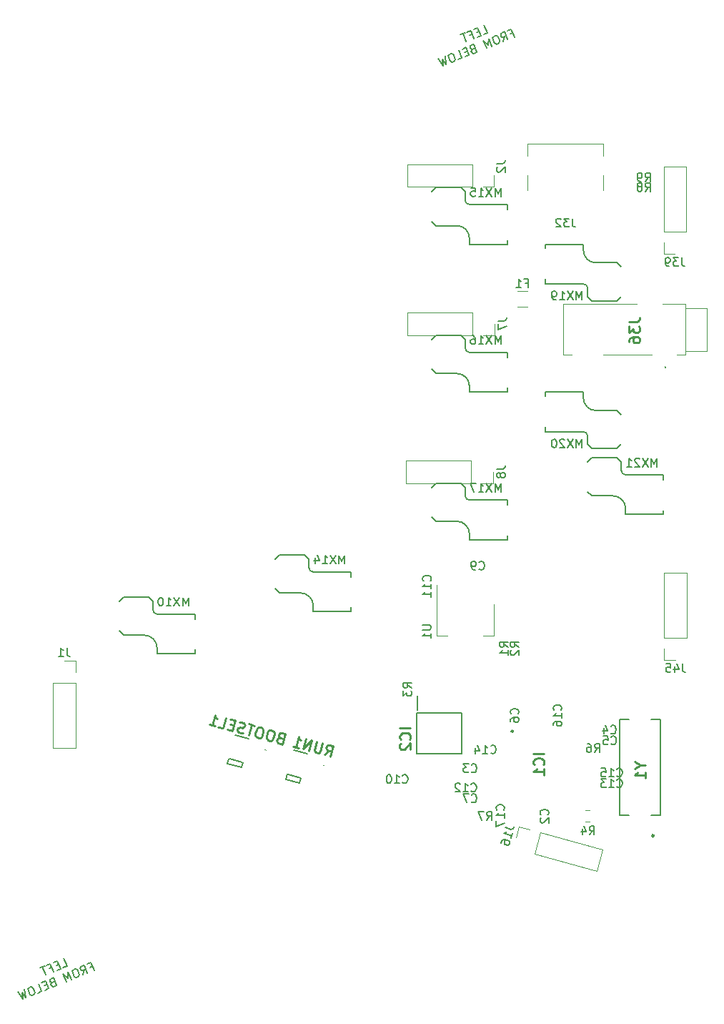
<source format=gbr>
G04 #@! TF.GenerationSoftware,KiCad,Pcbnew,(5.1.4)-1*
G04 #@! TF.CreationDate,2023-01-09T13:33:52-05:00*
G04 #@! TF.ProjectId,ThumbsUp,5468756d-6273-4557-902e-6b696361645f,rev?*
G04 #@! TF.SameCoordinates,Original*
G04 #@! TF.FileFunction,Legend,Bot*
G04 #@! TF.FilePolarity,Positive*
%FSLAX46Y46*%
G04 Gerber Fmt 4.6, Leading zero omitted, Abs format (unit mm)*
G04 Created by KiCad (PCBNEW (5.1.4)-1) date 2023-01-09 13:33:52*
%MOMM*%
%LPD*%
G04 APERTURE LIST*
%ADD10C,0.150000*%
%ADD11C,0.120000*%
%ADD12C,0.200000*%
%ADD13C,0.100000*%
%ADD14C,0.254000*%
G04 APERTURE END LIST*
D10*
X106206513Y-375673139D02*
X106648029Y-375494755D01*
X106273422Y-374567571D01*
X105701229Y-375312340D02*
X105392167Y-375437209D01*
X105455935Y-375976392D02*
X105897451Y-375798008D01*
X105522845Y-374870824D01*
X105081329Y-375049208D01*
X104553287Y-375776139D02*
X104862348Y-375651270D01*
X105058571Y-376136938D02*
X104683964Y-375209754D01*
X104242448Y-375388138D01*
X104021690Y-375477330D02*
X103491870Y-375691391D01*
X104131387Y-376511545D02*
X103756780Y-375584361D01*
X109365791Y-375611343D02*
X109674852Y-375486474D01*
X109871075Y-375972142D02*
X109496468Y-375044958D01*
X109054952Y-375223342D01*
X108546526Y-376507294D02*
X108677204Y-375940909D01*
X109076346Y-376293233D02*
X108701739Y-375366050D01*
X108348526Y-375508757D01*
X108278061Y-375588585D01*
X108251748Y-375650575D01*
X108243273Y-375756717D01*
X108296789Y-375889172D01*
X108376617Y-375959637D01*
X108438607Y-375985950D01*
X108544749Y-375994425D01*
X108897962Y-375851717D01*
X107597949Y-375812010D02*
X107421342Y-375883364D01*
X107350878Y-375963192D01*
X107298251Y-376087172D01*
X107325453Y-376281617D01*
X107450322Y-376590678D01*
X107565827Y-376749446D01*
X107689807Y-376802073D01*
X107795949Y-376810547D01*
X107972555Y-376739194D01*
X108043020Y-376659365D01*
X108095647Y-376535385D01*
X108068445Y-376340940D01*
X107943576Y-376031879D01*
X107828071Y-375873111D01*
X107704090Y-375820485D01*
X107597949Y-375812010D01*
X107177826Y-377060285D02*
X106803220Y-376133101D01*
X106761735Y-376920244D01*
X106185097Y-376382839D01*
X106559704Y-377310023D01*
X104906478Y-377413023D02*
X104791862Y-377510689D01*
X104765549Y-377572679D01*
X104757074Y-377678821D01*
X104810589Y-377811276D01*
X104890417Y-377881741D01*
X104952407Y-377908054D01*
X105058549Y-377916529D01*
X105411762Y-377773821D01*
X105037155Y-376846638D01*
X104728094Y-376971506D01*
X104657629Y-377051335D01*
X104631316Y-377113325D01*
X104622841Y-377219467D01*
X104658518Y-377307770D01*
X104738346Y-377378235D01*
X104800337Y-377404548D01*
X104906478Y-377413023D01*
X105215539Y-377288154D01*
X104288356Y-377662760D02*
X103979294Y-377787629D01*
X104043062Y-378326812D02*
X104484578Y-378148428D01*
X104109971Y-377221244D01*
X103668455Y-377399628D01*
X103204181Y-378665742D02*
X103645697Y-378487358D01*
X103271091Y-377560174D01*
X102343907Y-377934781D02*
X102167301Y-378006134D01*
X102096836Y-378085963D01*
X102044209Y-378209943D01*
X102071411Y-378404388D01*
X102196280Y-378713449D01*
X102311785Y-378872217D01*
X102435766Y-378924843D01*
X102541907Y-378933318D01*
X102718514Y-378861964D01*
X102788978Y-378782136D01*
X102841605Y-378658156D01*
X102814403Y-378463711D01*
X102689534Y-378154650D01*
X102574029Y-377995882D01*
X102450049Y-377943255D01*
X102343907Y-377934781D01*
X101637481Y-378220195D02*
X101791330Y-379236571D01*
X101347147Y-378645650D01*
X101438117Y-379379278D01*
X100842752Y-378541286D01*
X56406513Y-486173139D02*
X56848029Y-485994755D01*
X56473422Y-485067571D01*
X55901229Y-485812340D02*
X55592167Y-485937209D01*
X55655935Y-486476392D02*
X56097451Y-486298008D01*
X55722845Y-485370824D01*
X55281329Y-485549208D01*
X54753287Y-486276139D02*
X55062348Y-486151270D01*
X55258571Y-486636938D02*
X54883964Y-485709754D01*
X54442448Y-485888138D01*
X54221690Y-485977330D02*
X53691870Y-486191391D01*
X54331387Y-487011545D02*
X53956780Y-486084361D01*
X59565791Y-486111343D02*
X59874852Y-485986474D01*
X60071075Y-486472142D02*
X59696468Y-485544958D01*
X59254952Y-485723342D01*
X58746526Y-487007294D02*
X58877204Y-486440909D01*
X59276346Y-486793233D02*
X58901739Y-485866050D01*
X58548526Y-486008757D01*
X58478061Y-486088585D01*
X58451748Y-486150575D01*
X58443273Y-486256717D01*
X58496789Y-486389172D01*
X58576617Y-486459637D01*
X58638607Y-486485950D01*
X58744749Y-486494425D01*
X59097962Y-486351717D01*
X57797949Y-486312010D02*
X57621342Y-486383364D01*
X57550878Y-486463192D01*
X57498251Y-486587172D01*
X57525453Y-486781617D01*
X57650322Y-487090678D01*
X57765827Y-487249446D01*
X57889807Y-487302073D01*
X57995949Y-487310547D01*
X58172555Y-487239194D01*
X58243020Y-487159365D01*
X58295647Y-487035385D01*
X58268445Y-486840940D01*
X58143576Y-486531879D01*
X58028071Y-486373111D01*
X57904090Y-486320485D01*
X57797949Y-486312010D01*
X57377826Y-487560285D02*
X57003220Y-486633101D01*
X56961735Y-487420244D01*
X56385097Y-486882839D01*
X56759704Y-487810023D01*
X55106478Y-487913023D02*
X54991862Y-488010689D01*
X54965549Y-488072679D01*
X54957074Y-488178821D01*
X55010589Y-488311276D01*
X55090417Y-488381741D01*
X55152407Y-488408054D01*
X55258549Y-488416529D01*
X55611762Y-488273821D01*
X55237155Y-487346638D01*
X54928094Y-487471506D01*
X54857629Y-487551335D01*
X54831316Y-487613325D01*
X54822841Y-487719467D01*
X54858518Y-487807770D01*
X54938346Y-487878235D01*
X55000337Y-487904548D01*
X55106478Y-487913023D01*
X55415539Y-487788154D01*
X54488356Y-488162760D02*
X54179294Y-488287629D01*
X54243062Y-488826812D02*
X54684578Y-488648428D01*
X54309971Y-487721244D01*
X53868455Y-487899628D01*
X53404181Y-489165742D02*
X53845697Y-488987358D01*
X53471091Y-488060174D01*
X52543907Y-488434781D02*
X52367301Y-488506134D01*
X52296836Y-488585963D01*
X52244209Y-488709943D01*
X52271411Y-488904388D01*
X52396280Y-489213449D01*
X52511785Y-489372217D01*
X52635766Y-489424843D01*
X52741907Y-489433318D01*
X52918514Y-489361964D01*
X52988978Y-489282136D01*
X53041605Y-489158156D01*
X53014403Y-488963711D01*
X52889534Y-488654650D01*
X52774029Y-488495882D01*
X52650049Y-488443255D01*
X52543907Y-488434781D01*
X51837481Y-488720195D02*
X51991330Y-489736571D01*
X51547147Y-489145650D01*
X51638117Y-489879278D01*
X51042752Y-489041286D01*
D11*
X118238922Y-467488000D02*
X118756078Y-467488000D01*
X118238922Y-468908000D02*
X118756078Y-468908000D01*
X111450000Y-394110000D02*
X111450000Y-392310000D01*
X111450000Y-388600000D02*
X111450000Y-390060000D01*
X120390000Y-388600000D02*
X120390000Y-390060000D01*
X120390000Y-394110000D02*
X120390000Y-392310000D01*
X120390000Y-388600000D02*
X111450000Y-388600000D01*
D12*
X127724621Y-415037979D02*
G75*
G03X127724621Y-415137979I0J-50000D01*
G01*
X127724621Y-415137979D02*
G75*
G03X127724621Y-415037979I0J50000D01*
G01*
X127724621Y-415037979D02*
G75*
G03X127724621Y-415137979I0J-50000D01*
G01*
X127724621Y-415137979D02*
X127724621Y-415137979D01*
X127724621Y-415037979D02*
X127724621Y-415037979D01*
X127724621Y-415137979D02*
X127724621Y-415137979D01*
D13*
X126124621Y-413612979D02*
X120374621Y-413612979D01*
X126124621Y-413612979D02*
X126124621Y-413612979D01*
X120374621Y-413612979D02*
X126124621Y-413612979D01*
X120374621Y-413612979D02*
X120374621Y-413612979D01*
X116624621Y-413612979D02*
X115624621Y-413612979D01*
X116624621Y-413612979D02*
X116624621Y-413612979D01*
X115624621Y-413612979D02*
X116624621Y-413612979D01*
X115624621Y-413612979D02*
X115624621Y-413612979D01*
X115624621Y-407612979D02*
X115624621Y-407612979D01*
X115624621Y-413612979D02*
X115624621Y-407612979D01*
X115624621Y-413612979D02*
X115624621Y-413612979D01*
X115624621Y-407612979D02*
X115624621Y-413612979D01*
X115624621Y-407612979D02*
X124374621Y-407612979D01*
X115624621Y-407612979D02*
X115624621Y-407612979D01*
X124374621Y-407612979D02*
X115624621Y-407612979D01*
X124374621Y-407612979D02*
X124374621Y-407612979D01*
X127374621Y-407612979D02*
X130124621Y-407612979D01*
X127374621Y-407612979D02*
X127374621Y-407612979D01*
X130124621Y-407612979D02*
X127374621Y-407612979D01*
X130124621Y-407612979D02*
X130124621Y-407612979D01*
X130124621Y-408087979D02*
X130124621Y-408087979D01*
X130124621Y-407612979D02*
X130124621Y-408087979D01*
X130124621Y-407612979D02*
X130124621Y-407612979D01*
X130124621Y-408087979D02*
X130124621Y-407612979D01*
X132624621Y-413137979D02*
X130124621Y-413137979D01*
X132624621Y-408112979D02*
X132624621Y-413137979D01*
X130124621Y-408112979D02*
X132624621Y-408112979D01*
X130124621Y-413137979D02*
X130124621Y-408112979D01*
X130124621Y-413612979D02*
X130124621Y-413612979D01*
X130124621Y-413137979D02*
X130124621Y-413612979D01*
X130124621Y-413137979D02*
X130124621Y-413137979D01*
X130124621Y-413612979D02*
X130124621Y-413137979D01*
X130124621Y-413612979D02*
X129124621Y-413612979D01*
X130124621Y-413612979D02*
X130124621Y-413612979D01*
X129124621Y-413612979D02*
X130124621Y-413612979D01*
X129124621Y-413612979D02*
X129124621Y-413612979D01*
D11*
X127546095Y-401648305D02*
X128876095Y-401648305D01*
X127546095Y-400318305D02*
X127546095Y-401648305D01*
X127546095Y-399048305D02*
X130206095Y-399048305D01*
X130206095Y-399048305D02*
X130206095Y-391368305D01*
X127546095Y-399048305D02*
X127546095Y-391368305D01*
X127546095Y-391368305D02*
X130206095Y-391368305D01*
X127610599Y-449724893D02*
X128940599Y-449724893D01*
X127610599Y-448394893D02*
X127610599Y-449724893D01*
X127610599Y-447124893D02*
X130270599Y-447124893D01*
X130270599Y-447124893D02*
X130270599Y-439444893D01*
X127610599Y-447124893D02*
X127610599Y-439444893D01*
X127610599Y-439444893D02*
X130270599Y-439444893D01*
D10*
X118032790Y-401212952D02*
X118032790Y-400512952D01*
X118032790Y-400512952D02*
X113532790Y-400512952D01*
X119532790Y-402712952D02*
G75*
G02X118032790Y-401212952I0J1500000D01*
G01*
X119032790Y-407212952D02*
X118532790Y-406712952D01*
X118532790Y-405712952D02*
X118532790Y-406712952D01*
X113532790Y-405212952D02*
X118032790Y-405212952D01*
X122532790Y-403212952D02*
X122032790Y-402712952D01*
X113532790Y-404612952D02*
X113532790Y-405212952D01*
X122032790Y-402712952D02*
X119532790Y-402712952D01*
X122532790Y-406712952D02*
X122032790Y-407212952D01*
X122032790Y-407212952D02*
X119032790Y-407212952D01*
X118032790Y-405212952D02*
G75*
G02X118532790Y-405712952I0J-500000D01*
G01*
X113532790Y-400512952D02*
X113532790Y-401012952D01*
X86032789Y-443312953D02*
X86032789Y-444012953D01*
X86032789Y-444012953D02*
X90532789Y-444012953D01*
X84532789Y-441812953D02*
G75*
G02X86032789Y-443312953I0J-1500000D01*
G01*
X85032789Y-437312953D02*
X85532789Y-437812953D01*
X85532789Y-438812953D02*
X85532789Y-437812953D01*
X90532789Y-439312953D02*
X86032789Y-439312953D01*
X81532789Y-441312953D02*
X82032789Y-441812953D01*
X90532789Y-439912953D02*
X90532789Y-439312953D01*
X82032789Y-441812953D02*
X84532789Y-441812953D01*
X81532789Y-437812953D02*
X82032789Y-437312953D01*
X82032789Y-437312953D02*
X85032789Y-437312953D01*
X86032789Y-439312953D02*
G75*
G02X85532789Y-438812953I0J500000D01*
G01*
X90532789Y-444012953D02*
X90532789Y-443512953D01*
X104532790Y-399812952D02*
X104532790Y-400512952D01*
X104532790Y-400512952D02*
X109032790Y-400512952D01*
X103032790Y-398312952D02*
G75*
G02X104532790Y-399812952I0J-1500000D01*
G01*
X103532790Y-393812952D02*
X104032790Y-394312952D01*
X104032790Y-395312952D02*
X104032790Y-394312952D01*
X109032790Y-395812952D02*
X104532790Y-395812952D01*
X100032790Y-397812952D02*
X100532790Y-398312952D01*
X109032790Y-396412952D02*
X109032790Y-395812952D01*
X100532790Y-398312952D02*
X103032790Y-398312952D01*
X100032790Y-394312952D02*
X100532790Y-393812952D01*
X100532790Y-393812952D02*
X103532790Y-393812952D01*
X104532790Y-395812952D02*
G75*
G02X104032790Y-395312952I0J500000D01*
G01*
X109032790Y-400512952D02*
X109032790Y-400012952D01*
X104532790Y-434812952D02*
X104532790Y-435512952D01*
X104532790Y-435512952D02*
X109032790Y-435512952D01*
X103032790Y-433312952D02*
G75*
G02X104532790Y-434812952I0J-1500000D01*
G01*
X103532790Y-428812952D02*
X104032790Y-429312952D01*
X104032790Y-430312952D02*
X104032790Y-429312952D01*
X109032790Y-430812952D02*
X104532790Y-430812952D01*
X100032790Y-432812952D02*
X100532790Y-433312952D01*
X109032790Y-431412952D02*
X109032790Y-430812952D01*
X100532790Y-433312952D02*
X103032790Y-433312952D01*
X100032790Y-429312952D02*
X100532790Y-428812952D01*
X100532790Y-428812952D02*
X103532790Y-428812952D01*
X104532790Y-430812952D02*
G75*
G02X104032790Y-430312952I0J500000D01*
G01*
X109032790Y-435512952D02*
X109032790Y-435012952D01*
X118032789Y-418712952D02*
X118032789Y-418012952D01*
X118032789Y-418012952D02*
X113532789Y-418012952D01*
X119532789Y-420212952D02*
G75*
G02X118032789Y-418712952I0J1500000D01*
G01*
X119032789Y-424712952D02*
X118532789Y-424212952D01*
X118532789Y-423212952D02*
X118532789Y-424212952D01*
X113532789Y-422712952D02*
X118032789Y-422712952D01*
X122532789Y-420712952D02*
X122032789Y-420212952D01*
X113532789Y-422112952D02*
X113532789Y-422712952D01*
X122032789Y-420212952D02*
X119532789Y-420212952D01*
X122532789Y-424212952D02*
X122032789Y-424712952D01*
X122032789Y-424712952D02*
X119032789Y-424712952D01*
X118032789Y-422712952D02*
G75*
G02X118532789Y-423212952I0J-500000D01*
G01*
X113532789Y-418012952D02*
X113532789Y-418512952D01*
X123032789Y-431812952D02*
X123032789Y-432512952D01*
X123032789Y-432512952D02*
X127532789Y-432512952D01*
X121532789Y-430312952D02*
G75*
G02X123032789Y-431812952I0J-1500000D01*
G01*
X122032789Y-425812952D02*
X122532789Y-426312952D01*
X122532789Y-427312952D02*
X122532789Y-426312952D01*
X127532789Y-427812952D02*
X123032789Y-427812952D01*
X118532789Y-429812952D02*
X119032789Y-430312952D01*
X127532789Y-428412952D02*
X127532789Y-427812952D01*
X119032789Y-430312952D02*
X121532789Y-430312952D01*
X118532789Y-426312952D02*
X119032789Y-425812952D01*
X119032789Y-425812952D02*
X122032789Y-425812952D01*
X123032789Y-427812952D02*
G75*
G02X122532789Y-427312952I0J500000D01*
G01*
X127532789Y-432512952D02*
X127532789Y-432012952D01*
X67532789Y-448312952D02*
X67532789Y-449012952D01*
X67532789Y-449012952D02*
X72032789Y-449012952D01*
X66032789Y-446812952D02*
G75*
G02X67532789Y-448312952I0J-1500000D01*
G01*
X66532789Y-442312952D02*
X67032789Y-442812952D01*
X67032789Y-443812952D02*
X67032789Y-442812952D01*
X72032789Y-444312952D02*
X67532789Y-444312952D01*
X63032789Y-446312952D02*
X63532789Y-446812952D01*
X72032789Y-444912952D02*
X72032789Y-444312952D01*
X63532789Y-446812952D02*
X66032789Y-446812952D01*
X63032789Y-442812952D02*
X63532789Y-442312952D01*
X63532789Y-442312952D02*
X66532789Y-442312952D01*
X67532789Y-444312952D02*
G75*
G02X67032789Y-443812952I0J500000D01*
G01*
X72032789Y-449012952D02*
X72032789Y-448512952D01*
X104532789Y-417312952D02*
X104532789Y-418012952D01*
X104532789Y-418012952D02*
X109032789Y-418012952D01*
X103032789Y-415812952D02*
G75*
G02X104532789Y-417312952I0J-1500000D01*
G01*
X103532789Y-411312952D02*
X104032789Y-411812952D01*
X104032789Y-412812952D02*
X104032789Y-411812952D01*
X109032789Y-413312952D02*
X104532789Y-413312952D01*
X100032789Y-415312952D02*
X100532789Y-415812952D01*
X109032789Y-413912952D02*
X109032789Y-413312952D01*
X100532789Y-415812952D02*
X103032789Y-415812952D01*
X100032789Y-411812952D02*
X100532789Y-411312952D01*
X100532789Y-411312952D02*
X103532789Y-411312952D01*
X104532789Y-413312952D02*
G75*
G02X104032789Y-412812952I0J500000D01*
G01*
X109032789Y-418012952D02*
X109032789Y-417512952D01*
D11*
X57862789Y-449862952D02*
X56532789Y-449862952D01*
X57862789Y-451192952D02*
X57862789Y-449862952D01*
X57862789Y-452462952D02*
X55202789Y-452462952D01*
X55202789Y-452462952D02*
X55202789Y-460142952D01*
X57862789Y-452462952D02*
X57862789Y-460142952D01*
X57862789Y-460142952D02*
X55202789Y-460142952D01*
X107326974Y-428800972D02*
X107326974Y-427470972D01*
X105996974Y-428800972D02*
X107326974Y-428800972D01*
X104726974Y-428800972D02*
X104726974Y-426140972D01*
X104726974Y-426140972D02*
X97046974Y-426140972D01*
X104726974Y-428800972D02*
X97046974Y-428800972D01*
X97046974Y-428800972D02*
X97046974Y-426140972D01*
X107459278Y-393698375D02*
X107459278Y-392368375D01*
X106129278Y-393698375D02*
X107459278Y-393698375D01*
X104859278Y-393698375D02*
X104859278Y-391038375D01*
X104859278Y-391038375D02*
X97179278Y-391038375D01*
X104859278Y-393698375D02*
X97179278Y-393698375D01*
X97179278Y-393698375D02*
X97179278Y-391038375D01*
X107484161Y-411265202D02*
X107484161Y-409935202D01*
X106154161Y-411265202D02*
X107484161Y-411265202D01*
X104884161Y-411265202D02*
X104884161Y-408605202D01*
X104884161Y-408605202D02*
X97204161Y-408605202D01*
X104884161Y-411265202D02*
X97204161Y-411265202D01*
X97204161Y-411265202D02*
X97204161Y-408605202D01*
X110392338Y-469484041D02*
X110048109Y-470768723D01*
X111677019Y-469828271D02*
X110392338Y-469484041D01*
X112903745Y-470156971D02*
X112215286Y-472726334D01*
X112215286Y-472726334D02*
X119633597Y-474714064D01*
X112903745Y-470156971D02*
X120322055Y-472144701D01*
X120322055Y-472144701D02*
X119633597Y-474714064D01*
D14*
X126385880Y-470555000D02*
G75*
G03X126385880Y-470555000I-125880J0D01*
G01*
D12*
X127150000Y-456750000D02*
X126050000Y-456750000D01*
X122350000Y-456750000D02*
X123450000Y-456750000D01*
X122350000Y-468150000D02*
X123450000Y-468150000D01*
X127150000Y-468150000D02*
X126050000Y-468150000D01*
X122350000Y-468150000D02*
X122350000Y-456750000D01*
X127150000Y-468150000D02*
X127150000Y-456750000D01*
D11*
X100640000Y-440875000D02*
X100640000Y-446885000D01*
X107460000Y-443125000D02*
X107460000Y-446885000D01*
X100640000Y-446885000D02*
X101900000Y-446885000D01*
X107460000Y-446885000D02*
X106200000Y-446885000D01*
D13*
X87223504Y-462190628D02*
G75*
G03X87320096Y-462216510I48296J-12941D01*
G01*
X87320097Y-462216510D02*
G75*
G03X87223503Y-462190628I-48297J12941D01*
G01*
X87320096Y-462216510D02*
X87320096Y-462216510D01*
X87223503Y-462190628D02*
X87223503Y-462190628D01*
D12*
X85299051Y-460872634D02*
X83705274Y-460445582D01*
X84548476Y-463673819D02*
X83002995Y-463259708D01*
X82786466Y-463874619D02*
X82954698Y-463246767D01*
X84428540Y-464314611D02*
X82786466Y-463874619D01*
X84596772Y-463686760D02*
X84428540Y-464314611D01*
X98370000Y-453985000D02*
X98370000Y-455635000D01*
X103590000Y-455985000D02*
X98310000Y-455985000D01*
X103590000Y-460835000D02*
X103590000Y-455985000D01*
X98310000Y-460835000D02*
X103590000Y-460835000D01*
X98310000Y-455985000D02*
X98310000Y-460835000D01*
D14*
X109700000Y-458175000D02*
G75*
G03X109700000Y-458175000I-100000J0D01*
G01*
D11*
X111402064Y-407910000D02*
X110197936Y-407910000D01*
X111402064Y-406090000D02*
X110197936Y-406090000D01*
D13*
X80321458Y-460358286D02*
G75*
G03X80418050Y-460384168I48296J-12941D01*
G01*
X80418051Y-460384168D02*
G75*
G03X80321457Y-460358286I-48297J12941D01*
G01*
X80418050Y-460384168D02*
X80418050Y-460384168D01*
X80321457Y-460358286D02*
X80321457Y-460358286D01*
D12*
X78397005Y-459040292D02*
X76803228Y-458613240D01*
X77646430Y-461841477D02*
X76100949Y-461427366D01*
X75884420Y-462042277D02*
X76052652Y-461414425D01*
X77526494Y-462482269D02*
X75884420Y-462042277D01*
X77694726Y-461854418D02*
X77526494Y-462482269D01*
D10*
X110392380Y-448219333D02*
X109916190Y-447886000D01*
X110392380Y-447647904D02*
X109392380Y-447647904D01*
X109392380Y-448028857D01*
X109440000Y-448124095D01*
X109487619Y-448171714D01*
X109582857Y-448219333D01*
X109725714Y-448219333D01*
X109820952Y-448171714D01*
X109868571Y-448124095D01*
X109916190Y-448028857D01*
X109916190Y-447647904D01*
X109487619Y-448600285D02*
X109440000Y-448647904D01*
X109392380Y-448743142D01*
X109392380Y-448981238D01*
X109440000Y-449076476D01*
X109487619Y-449124095D01*
X109582857Y-449171714D01*
X109678095Y-449171714D01*
X109820952Y-449124095D01*
X110392380Y-448552666D01*
X110392380Y-449171714D01*
X109122380Y-448219333D02*
X108646190Y-447886000D01*
X109122380Y-447647904D02*
X108122380Y-447647904D01*
X108122380Y-448028857D01*
X108170000Y-448124095D01*
X108217619Y-448171714D01*
X108312857Y-448219333D01*
X108455714Y-448219333D01*
X108550952Y-448171714D01*
X108598571Y-448124095D01*
X108646190Y-448028857D01*
X108646190Y-447647904D01*
X109122380Y-449171714D02*
X109122380Y-448600285D01*
X109122380Y-448886000D02*
X108122380Y-448886000D01*
X108265238Y-448790761D01*
X108360476Y-448695523D01*
X108408095Y-448600285D01*
X125366666Y-393082380D02*
X125700000Y-392606190D01*
X125938095Y-393082380D02*
X125938095Y-392082380D01*
X125557142Y-392082380D01*
X125461904Y-392130000D01*
X125414285Y-392177619D01*
X125366666Y-392272857D01*
X125366666Y-392415714D01*
X125414285Y-392510952D01*
X125461904Y-392558571D01*
X125557142Y-392606190D01*
X125938095Y-392606190D01*
X124890476Y-393082380D02*
X124700000Y-393082380D01*
X124604761Y-393034761D01*
X124557142Y-392987142D01*
X124461904Y-392844285D01*
X124414285Y-392653809D01*
X124414285Y-392272857D01*
X124461904Y-392177619D01*
X124509523Y-392130000D01*
X124604761Y-392082380D01*
X124795238Y-392082380D01*
X124890476Y-392130000D01*
X124938095Y-392177619D01*
X124985714Y-392272857D01*
X124985714Y-392510952D01*
X124938095Y-392606190D01*
X124890476Y-392653809D01*
X124795238Y-392701428D01*
X124604761Y-392701428D01*
X124509523Y-392653809D01*
X124461904Y-392606190D01*
X124414285Y-392510952D01*
X125366666Y-394252380D02*
X125700000Y-393776190D01*
X125938095Y-394252380D02*
X125938095Y-393252380D01*
X125557142Y-393252380D01*
X125461904Y-393300000D01*
X125414285Y-393347619D01*
X125366666Y-393442857D01*
X125366666Y-393585714D01*
X125414285Y-393680952D01*
X125461904Y-393728571D01*
X125557142Y-393776190D01*
X125938095Y-393776190D01*
X124795238Y-393680952D02*
X124890476Y-393633333D01*
X124938095Y-393585714D01*
X124985714Y-393490476D01*
X124985714Y-393442857D01*
X124938095Y-393347619D01*
X124890476Y-393300000D01*
X124795238Y-393252380D01*
X124604761Y-393252380D01*
X124509523Y-393300000D01*
X124461904Y-393347619D01*
X124414285Y-393442857D01*
X124414285Y-393490476D01*
X124461904Y-393585714D01*
X124509523Y-393633333D01*
X124604761Y-393680952D01*
X124795238Y-393680952D01*
X124890476Y-393728571D01*
X124938095Y-393776190D01*
X124985714Y-393871428D01*
X124985714Y-394061904D01*
X124938095Y-394157142D01*
X124890476Y-394204761D01*
X124795238Y-394252380D01*
X124604761Y-394252380D01*
X124509523Y-394204761D01*
X124461904Y-394157142D01*
X124414285Y-394061904D01*
X124414285Y-393871428D01*
X124461904Y-393776190D01*
X124509523Y-393728571D01*
X124604761Y-393680952D01*
X99907142Y-440357142D02*
X99954761Y-440309523D01*
X100002380Y-440166666D01*
X100002380Y-440071428D01*
X99954761Y-439928571D01*
X99859523Y-439833333D01*
X99764285Y-439785714D01*
X99573809Y-439738095D01*
X99430952Y-439738095D01*
X99240476Y-439785714D01*
X99145238Y-439833333D01*
X99050000Y-439928571D01*
X99002380Y-440071428D01*
X99002380Y-440166666D01*
X99050000Y-440309523D01*
X99097619Y-440357142D01*
X100002380Y-441309523D02*
X100002380Y-440738095D01*
X100002380Y-441023809D02*
X99002380Y-441023809D01*
X99145238Y-440928571D01*
X99240476Y-440833333D01*
X99288095Y-440738095D01*
X100002380Y-442261904D02*
X100002380Y-441690476D01*
X100002380Y-441976190D02*
X99002380Y-441976190D01*
X99145238Y-441880952D01*
X99240476Y-441785714D01*
X99288095Y-441690476D01*
X118742666Y-470428380D02*
X119076000Y-469952190D01*
X119314095Y-470428380D02*
X119314095Y-469428380D01*
X118933142Y-469428380D01*
X118837904Y-469476000D01*
X118790285Y-469523619D01*
X118742666Y-469618857D01*
X118742666Y-469761714D01*
X118790285Y-469856952D01*
X118837904Y-469904571D01*
X118933142Y-469952190D01*
X119314095Y-469952190D01*
X117885523Y-469761714D02*
X117885523Y-470428380D01*
X118123619Y-469380761D02*
X118361714Y-470095047D01*
X117742666Y-470095047D01*
X106591666Y-468712380D02*
X106925000Y-468236190D01*
X107163095Y-468712380D02*
X107163095Y-467712380D01*
X106782142Y-467712380D01*
X106686904Y-467760000D01*
X106639285Y-467807619D01*
X106591666Y-467902857D01*
X106591666Y-468045714D01*
X106639285Y-468140952D01*
X106686904Y-468188571D01*
X106782142Y-468236190D01*
X107163095Y-468236190D01*
X106258333Y-467712380D02*
X105591666Y-467712380D01*
X106020238Y-468712380D01*
X119366666Y-460652380D02*
X119700000Y-460176190D01*
X119938095Y-460652380D02*
X119938095Y-459652380D01*
X119557142Y-459652380D01*
X119461904Y-459700000D01*
X119414285Y-459747619D01*
X119366666Y-459842857D01*
X119366666Y-459985714D01*
X119414285Y-460080952D01*
X119461904Y-460128571D01*
X119557142Y-460176190D01*
X119938095Y-460176190D01*
X118509523Y-459652380D02*
X118700000Y-459652380D01*
X118795238Y-459700000D01*
X118842857Y-459747619D01*
X118938095Y-459890476D01*
X118985714Y-460080952D01*
X118985714Y-460461904D01*
X118938095Y-460557142D01*
X118890476Y-460604761D01*
X118795238Y-460652380D01*
X118604761Y-460652380D01*
X118509523Y-460604761D01*
X118461904Y-460557142D01*
X118414285Y-460461904D01*
X118414285Y-460223809D01*
X118461904Y-460128571D01*
X118509523Y-460080952D01*
X118604761Y-460033333D01*
X118795238Y-460033333D01*
X118890476Y-460080952D01*
X118938095Y-460128571D01*
X118985714Y-460223809D01*
X97692380Y-453045333D02*
X97216190Y-452712000D01*
X97692380Y-452473904D02*
X96692380Y-452473904D01*
X96692380Y-452854857D01*
X96740000Y-452950095D01*
X96787619Y-452997714D01*
X96882857Y-453045333D01*
X97025714Y-453045333D01*
X97120952Y-452997714D01*
X97168571Y-452950095D01*
X97216190Y-452854857D01*
X97216190Y-452473904D01*
X96692380Y-453378666D02*
X96692380Y-453997714D01*
X97073333Y-453664380D01*
X97073333Y-453807238D01*
X97120952Y-453902476D01*
X97168571Y-453950095D01*
X97263809Y-453997714D01*
X97501904Y-453997714D01*
X97597142Y-453950095D01*
X97644761Y-453902476D01*
X97692380Y-453807238D01*
X97692380Y-453521523D01*
X97644761Y-453426285D01*
X97597142Y-453378666D01*
X108587142Y-467492142D02*
X108634761Y-467444523D01*
X108682380Y-467301666D01*
X108682380Y-467206428D01*
X108634761Y-467063571D01*
X108539523Y-466968333D01*
X108444285Y-466920714D01*
X108253809Y-466873095D01*
X108110952Y-466873095D01*
X107920476Y-466920714D01*
X107825238Y-466968333D01*
X107730000Y-467063571D01*
X107682380Y-467206428D01*
X107682380Y-467301666D01*
X107730000Y-467444523D01*
X107777619Y-467492142D01*
X108682380Y-468444523D02*
X108682380Y-467873095D01*
X108682380Y-468158809D02*
X107682380Y-468158809D01*
X107825238Y-468063571D01*
X107920476Y-467968333D01*
X107968095Y-467873095D01*
X107682380Y-468777857D02*
X107682380Y-469444523D01*
X108682380Y-469015952D01*
X115377142Y-455672142D02*
X115424761Y-455624523D01*
X115472380Y-455481666D01*
X115472380Y-455386428D01*
X115424761Y-455243571D01*
X115329523Y-455148333D01*
X115234285Y-455100714D01*
X115043809Y-455053095D01*
X114900952Y-455053095D01*
X114710476Y-455100714D01*
X114615238Y-455148333D01*
X114520000Y-455243571D01*
X114472380Y-455386428D01*
X114472380Y-455481666D01*
X114520000Y-455624523D01*
X114567619Y-455672142D01*
X115472380Y-456624523D02*
X115472380Y-456053095D01*
X115472380Y-456338809D02*
X114472380Y-456338809D01*
X114615238Y-456243571D01*
X114710476Y-456148333D01*
X114758095Y-456053095D01*
X114472380Y-457481666D02*
X114472380Y-457291190D01*
X114520000Y-457195952D01*
X114567619Y-457148333D01*
X114710476Y-457053095D01*
X114900952Y-457005476D01*
X115281904Y-457005476D01*
X115377142Y-457053095D01*
X115424761Y-457100714D01*
X115472380Y-457195952D01*
X115472380Y-457386428D01*
X115424761Y-457481666D01*
X115377142Y-457529285D01*
X115281904Y-457576904D01*
X115043809Y-457576904D01*
X114948571Y-457529285D01*
X114900952Y-457481666D01*
X114853333Y-457386428D01*
X114853333Y-457195952D01*
X114900952Y-457100714D01*
X114948571Y-457053095D01*
X115043809Y-457005476D01*
X122012857Y-463475142D02*
X122060476Y-463522761D01*
X122203333Y-463570380D01*
X122298571Y-463570380D01*
X122441428Y-463522761D01*
X122536666Y-463427523D01*
X122584285Y-463332285D01*
X122631904Y-463141809D01*
X122631904Y-462998952D01*
X122584285Y-462808476D01*
X122536666Y-462713238D01*
X122441428Y-462618000D01*
X122298571Y-462570380D01*
X122203333Y-462570380D01*
X122060476Y-462618000D01*
X122012857Y-462665619D01*
X121060476Y-463570380D02*
X121631904Y-463570380D01*
X121346190Y-463570380D02*
X121346190Y-462570380D01*
X121441428Y-462713238D01*
X121536666Y-462808476D01*
X121631904Y-462856095D01*
X120155714Y-462570380D02*
X120631904Y-462570380D01*
X120679523Y-463046571D01*
X120631904Y-462998952D01*
X120536666Y-462951333D01*
X120298571Y-462951333D01*
X120203333Y-462998952D01*
X120155714Y-463046571D01*
X120108095Y-463141809D01*
X120108095Y-463379904D01*
X120155714Y-463475142D01*
X120203333Y-463522761D01*
X120298571Y-463570380D01*
X120536666Y-463570380D01*
X120631904Y-463522761D01*
X120679523Y-463475142D01*
X107057857Y-460737142D02*
X107105476Y-460784761D01*
X107248333Y-460832380D01*
X107343571Y-460832380D01*
X107486428Y-460784761D01*
X107581666Y-460689523D01*
X107629285Y-460594285D01*
X107676904Y-460403809D01*
X107676904Y-460260952D01*
X107629285Y-460070476D01*
X107581666Y-459975238D01*
X107486428Y-459880000D01*
X107343571Y-459832380D01*
X107248333Y-459832380D01*
X107105476Y-459880000D01*
X107057857Y-459927619D01*
X106105476Y-460832380D02*
X106676904Y-460832380D01*
X106391190Y-460832380D02*
X106391190Y-459832380D01*
X106486428Y-459975238D01*
X106581666Y-460070476D01*
X106676904Y-460118095D01*
X105248333Y-460165714D02*
X105248333Y-460832380D01*
X105486428Y-459784761D02*
X105724523Y-460499047D01*
X105105476Y-460499047D01*
X122012857Y-464745142D02*
X122060476Y-464792761D01*
X122203333Y-464840380D01*
X122298571Y-464840380D01*
X122441428Y-464792761D01*
X122536666Y-464697523D01*
X122584285Y-464602285D01*
X122631904Y-464411809D01*
X122631904Y-464268952D01*
X122584285Y-464078476D01*
X122536666Y-463983238D01*
X122441428Y-463888000D01*
X122298571Y-463840380D01*
X122203333Y-463840380D01*
X122060476Y-463888000D01*
X122012857Y-463935619D01*
X121060476Y-464840380D02*
X121631904Y-464840380D01*
X121346190Y-464840380D02*
X121346190Y-463840380D01*
X121441428Y-463983238D01*
X121536666Y-464078476D01*
X121631904Y-464126095D01*
X120727142Y-463840380D02*
X120108095Y-463840380D01*
X120441428Y-464221333D01*
X120298571Y-464221333D01*
X120203333Y-464268952D01*
X120155714Y-464316571D01*
X120108095Y-464411809D01*
X120108095Y-464649904D01*
X120155714Y-464745142D01*
X120203333Y-464792761D01*
X120298571Y-464840380D01*
X120584285Y-464840380D01*
X120679523Y-464792761D01*
X120727142Y-464745142D01*
X104740857Y-465253142D02*
X104788476Y-465300761D01*
X104931333Y-465348380D01*
X105026571Y-465348380D01*
X105169428Y-465300761D01*
X105264666Y-465205523D01*
X105312285Y-465110285D01*
X105359904Y-464919809D01*
X105359904Y-464776952D01*
X105312285Y-464586476D01*
X105264666Y-464491238D01*
X105169428Y-464396000D01*
X105026571Y-464348380D01*
X104931333Y-464348380D01*
X104788476Y-464396000D01*
X104740857Y-464443619D01*
X103788476Y-465348380D02*
X104359904Y-465348380D01*
X104074190Y-465348380D02*
X104074190Y-464348380D01*
X104169428Y-464491238D01*
X104264666Y-464586476D01*
X104359904Y-464634095D01*
X103407523Y-464443619D02*
X103359904Y-464396000D01*
X103264666Y-464348380D01*
X103026571Y-464348380D01*
X102931333Y-464396000D01*
X102883714Y-464443619D01*
X102836095Y-464538857D01*
X102836095Y-464634095D01*
X102883714Y-464776952D01*
X103455142Y-465348380D01*
X102836095Y-465348380D01*
X96612857Y-464237142D02*
X96660476Y-464284761D01*
X96803333Y-464332380D01*
X96898571Y-464332380D01*
X97041428Y-464284761D01*
X97136666Y-464189523D01*
X97184285Y-464094285D01*
X97231904Y-463903809D01*
X97231904Y-463760952D01*
X97184285Y-463570476D01*
X97136666Y-463475238D01*
X97041428Y-463380000D01*
X96898571Y-463332380D01*
X96803333Y-463332380D01*
X96660476Y-463380000D01*
X96612857Y-463427619D01*
X95660476Y-464332380D02*
X96231904Y-464332380D01*
X95946190Y-464332380D02*
X95946190Y-463332380D01*
X96041428Y-463475238D01*
X96136666Y-463570476D01*
X96231904Y-463618095D01*
X95041428Y-463332380D02*
X94946190Y-463332380D01*
X94850952Y-463380000D01*
X94803333Y-463427619D01*
X94755714Y-463522857D01*
X94708095Y-463713333D01*
X94708095Y-463951428D01*
X94755714Y-464141904D01*
X94803333Y-464237142D01*
X94850952Y-464284761D01*
X94946190Y-464332380D01*
X95041428Y-464332380D01*
X95136666Y-464284761D01*
X95184285Y-464237142D01*
X95231904Y-464141904D01*
X95279523Y-463951428D01*
X95279523Y-463713333D01*
X95231904Y-463522857D01*
X95184285Y-463427619D01*
X95136666Y-463380000D01*
X95041428Y-463332380D01*
X105691666Y-438962142D02*
X105739285Y-439009761D01*
X105882142Y-439057380D01*
X105977380Y-439057380D01*
X106120238Y-439009761D01*
X106215476Y-438914523D01*
X106263095Y-438819285D01*
X106310714Y-438628809D01*
X106310714Y-438485952D01*
X106263095Y-438295476D01*
X106215476Y-438200238D01*
X106120238Y-438105000D01*
X105977380Y-438057380D01*
X105882142Y-438057380D01*
X105739285Y-438105000D01*
X105691666Y-438152619D01*
X105215476Y-439057380D02*
X105025000Y-439057380D01*
X104929761Y-439009761D01*
X104882142Y-438962142D01*
X104786904Y-438819285D01*
X104739285Y-438628809D01*
X104739285Y-438247857D01*
X104786904Y-438152619D01*
X104834523Y-438105000D01*
X104929761Y-438057380D01*
X105120238Y-438057380D01*
X105215476Y-438105000D01*
X105263095Y-438152619D01*
X105310714Y-438247857D01*
X105310714Y-438485952D01*
X105263095Y-438581190D01*
X105215476Y-438628809D01*
X105120238Y-438676428D01*
X104929761Y-438676428D01*
X104834523Y-438628809D01*
X104786904Y-438581190D01*
X104739285Y-438485952D01*
X104772666Y-466523142D02*
X104820285Y-466570761D01*
X104963142Y-466618380D01*
X105058380Y-466618380D01*
X105201238Y-466570761D01*
X105296476Y-466475523D01*
X105344095Y-466380285D01*
X105391714Y-466189809D01*
X105391714Y-466046952D01*
X105344095Y-465856476D01*
X105296476Y-465761238D01*
X105201238Y-465666000D01*
X105058380Y-465618380D01*
X104963142Y-465618380D01*
X104820285Y-465666000D01*
X104772666Y-465713619D01*
X104439333Y-465618380D02*
X103772666Y-465618380D01*
X104201238Y-466618380D01*
X110297142Y-456133333D02*
X110344761Y-456085714D01*
X110392380Y-455942857D01*
X110392380Y-455847619D01*
X110344761Y-455704761D01*
X110249523Y-455609523D01*
X110154285Y-455561904D01*
X109963809Y-455514285D01*
X109820952Y-455514285D01*
X109630476Y-455561904D01*
X109535238Y-455609523D01*
X109440000Y-455704761D01*
X109392380Y-455847619D01*
X109392380Y-455942857D01*
X109440000Y-456085714D01*
X109487619Y-456133333D01*
X109392380Y-456990476D02*
X109392380Y-456800000D01*
X109440000Y-456704761D01*
X109487619Y-456657142D01*
X109630476Y-456561904D01*
X109820952Y-456514285D01*
X110201904Y-456514285D01*
X110297142Y-456561904D01*
X110344761Y-456609523D01*
X110392380Y-456704761D01*
X110392380Y-456895238D01*
X110344761Y-456990476D01*
X110297142Y-457038095D01*
X110201904Y-457085714D01*
X109963809Y-457085714D01*
X109868571Y-457038095D01*
X109820952Y-456990476D01*
X109773333Y-456895238D01*
X109773333Y-456704761D01*
X109820952Y-456609523D01*
X109868571Y-456561904D01*
X109963809Y-456514285D01*
X121316666Y-459665142D02*
X121364285Y-459712761D01*
X121507142Y-459760380D01*
X121602380Y-459760380D01*
X121745238Y-459712761D01*
X121840476Y-459617523D01*
X121888095Y-459522285D01*
X121935714Y-459331809D01*
X121935714Y-459188952D01*
X121888095Y-458998476D01*
X121840476Y-458903238D01*
X121745238Y-458808000D01*
X121602380Y-458760380D01*
X121507142Y-458760380D01*
X121364285Y-458808000D01*
X121316666Y-458855619D01*
X120411904Y-458760380D02*
X120888095Y-458760380D01*
X120935714Y-459236571D01*
X120888095Y-459188952D01*
X120792857Y-459141333D01*
X120554761Y-459141333D01*
X120459523Y-459188952D01*
X120411904Y-459236571D01*
X120364285Y-459331809D01*
X120364285Y-459569904D01*
X120411904Y-459665142D01*
X120459523Y-459712761D01*
X120554761Y-459760380D01*
X120792857Y-459760380D01*
X120888095Y-459712761D01*
X120935714Y-459665142D01*
X121282666Y-458395142D02*
X121330285Y-458442761D01*
X121473142Y-458490380D01*
X121568380Y-458490380D01*
X121711238Y-458442761D01*
X121806476Y-458347523D01*
X121854095Y-458252285D01*
X121901714Y-458061809D01*
X121901714Y-457918952D01*
X121854095Y-457728476D01*
X121806476Y-457633238D01*
X121711238Y-457538000D01*
X121568380Y-457490380D01*
X121473142Y-457490380D01*
X121330285Y-457538000D01*
X121282666Y-457585619D01*
X120425523Y-457823714D02*
X120425523Y-458490380D01*
X120663619Y-457442761D02*
X120901714Y-458157047D01*
X120282666Y-458157047D01*
X104772666Y-462967142D02*
X104820285Y-463014761D01*
X104963142Y-463062380D01*
X105058380Y-463062380D01*
X105201238Y-463014761D01*
X105296476Y-462919523D01*
X105344095Y-462824285D01*
X105391714Y-462633809D01*
X105391714Y-462490952D01*
X105344095Y-462300476D01*
X105296476Y-462205238D01*
X105201238Y-462110000D01*
X105058380Y-462062380D01*
X104963142Y-462062380D01*
X104820285Y-462110000D01*
X104772666Y-462157619D01*
X104439333Y-462062380D02*
X103820285Y-462062380D01*
X104153619Y-462443333D01*
X104010761Y-462443333D01*
X103915523Y-462490952D01*
X103867904Y-462538571D01*
X103820285Y-462633809D01*
X103820285Y-462871904D01*
X103867904Y-462967142D01*
X103915523Y-463014761D01*
X104010761Y-463062380D01*
X104296476Y-463062380D01*
X104391714Y-463014761D01*
X104439333Y-462967142D01*
X113817142Y-468063333D02*
X113864761Y-468015714D01*
X113912380Y-467872857D01*
X113912380Y-467777619D01*
X113864761Y-467634761D01*
X113769523Y-467539523D01*
X113674285Y-467491904D01*
X113483809Y-467444285D01*
X113340952Y-467444285D01*
X113150476Y-467491904D01*
X113055238Y-467539523D01*
X112960000Y-467634761D01*
X112912380Y-467777619D01*
X112912380Y-467872857D01*
X112960000Y-468015714D01*
X113007619Y-468063333D01*
X113007619Y-468444285D02*
X112960000Y-468491904D01*
X112912380Y-468587142D01*
X112912380Y-468825238D01*
X112960000Y-468920476D01*
X113007619Y-468968095D01*
X113102857Y-469015714D01*
X113198095Y-469015714D01*
X113340952Y-468968095D01*
X113912380Y-468396666D01*
X113912380Y-469015714D01*
X116729523Y-397472380D02*
X116729523Y-398186666D01*
X116777142Y-398329523D01*
X116872380Y-398424761D01*
X117015238Y-398472380D01*
X117110476Y-398472380D01*
X116348571Y-397472380D02*
X115729523Y-397472380D01*
X116062857Y-397853333D01*
X115920000Y-397853333D01*
X115824761Y-397900952D01*
X115777142Y-397948571D01*
X115729523Y-398043809D01*
X115729523Y-398281904D01*
X115777142Y-398377142D01*
X115824761Y-398424761D01*
X115920000Y-398472380D01*
X116205714Y-398472380D01*
X116300952Y-398424761D01*
X116348571Y-398377142D01*
X115348571Y-397567619D02*
X115300952Y-397520000D01*
X115205714Y-397472380D01*
X114967619Y-397472380D01*
X114872380Y-397520000D01*
X114824761Y-397567619D01*
X114777142Y-397662857D01*
X114777142Y-397758095D01*
X114824761Y-397900952D01*
X115396190Y-398472380D01*
X114777142Y-398472380D01*
D14*
X123429144Y-409709883D02*
X124336287Y-409709883D01*
X124517716Y-409649407D01*
X124638668Y-409528455D01*
X124699144Y-409347026D01*
X124699144Y-409226074D01*
X123429144Y-410193693D02*
X123429144Y-410979883D01*
X123912954Y-410556550D01*
X123912954Y-410737979D01*
X123973430Y-410858931D01*
X124033906Y-410919407D01*
X124154859Y-410979883D01*
X124457240Y-410979883D01*
X124578192Y-410919407D01*
X124638668Y-410858931D01*
X124699144Y-410737979D01*
X124699144Y-410375121D01*
X124638668Y-410254169D01*
X124578192Y-410193693D01*
X123429144Y-412068455D02*
X123429144Y-411826550D01*
X123489621Y-411705598D01*
X123550097Y-411645121D01*
X123731525Y-411524169D01*
X123973430Y-411463693D01*
X124457240Y-411463693D01*
X124578192Y-411524169D01*
X124638668Y-411584645D01*
X124699144Y-411705598D01*
X124699144Y-411947502D01*
X124638668Y-412068455D01*
X124578192Y-412128931D01*
X124457240Y-412189407D01*
X124154859Y-412189407D01*
X124033906Y-412128931D01*
X123973430Y-412068455D01*
X123912954Y-411947502D01*
X123912954Y-411705598D01*
X123973430Y-411584645D01*
X124033906Y-411524169D01*
X124154859Y-411463693D01*
D10*
X129685618Y-402100685D02*
X129685618Y-402814971D01*
X129733237Y-402957828D01*
X129828475Y-403053066D01*
X129971333Y-403100685D01*
X130066571Y-403100685D01*
X129304666Y-402100685D02*
X128685618Y-402100685D01*
X129018952Y-402481638D01*
X128876095Y-402481638D01*
X128780856Y-402529257D01*
X128733237Y-402576876D01*
X128685618Y-402672114D01*
X128685618Y-402910209D01*
X128733237Y-403005447D01*
X128780856Y-403053066D01*
X128876095Y-403100685D01*
X129161809Y-403100685D01*
X129257047Y-403053066D01*
X129304666Y-403005447D01*
X128209428Y-403100685D02*
X128018952Y-403100685D01*
X127923714Y-403053066D01*
X127876095Y-403005447D01*
X127780856Y-402862590D01*
X127733237Y-402672114D01*
X127733237Y-402291162D01*
X127780856Y-402195924D01*
X127828475Y-402148305D01*
X127923714Y-402100685D01*
X128114190Y-402100685D01*
X128209428Y-402148305D01*
X128257047Y-402195924D01*
X128304666Y-402291162D01*
X128304666Y-402529257D01*
X128257047Y-402624495D01*
X128209428Y-402672114D01*
X128114190Y-402719733D01*
X127923714Y-402719733D01*
X127828475Y-402672114D01*
X127780856Y-402624495D01*
X127733237Y-402529257D01*
X129750122Y-450177273D02*
X129750122Y-450891559D01*
X129797741Y-451034416D01*
X129892979Y-451129654D01*
X130035837Y-451177273D01*
X130131075Y-451177273D01*
X128845360Y-450510607D02*
X128845360Y-451177273D01*
X129083456Y-450129654D02*
X129321551Y-450843940D01*
X128702503Y-450843940D01*
X127845360Y-450177273D02*
X128321551Y-450177273D01*
X128369170Y-450653464D01*
X128321551Y-450605845D01*
X128226313Y-450558226D01*
X127988218Y-450558226D01*
X127892979Y-450605845D01*
X127845360Y-450653464D01*
X127797741Y-450748702D01*
X127797741Y-450986797D01*
X127845360Y-451082035D01*
X127892979Y-451129654D01*
X127988218Y-451177273D01*
X128226313Y-451177273D01*
X128321551Y-451129654D01*
X128369170Y-451082035D01*
X117849694Y-407085332D02*
X117849694Y-406085332D01*
X117516361Y-406799618D01*
X117183028Y-406085332D01*
X117183028Y-407085332D01*
X116802075Y-406085332D02*
X116135409Y-407085332D01*
X116135409Y-406085332D02*
X116802075Y-407085332D01*
X115230647Y-407085332D02*
X115802075Y-407085332D01*
X115516361Y-407085332D02*
X115516361Y-406085332D01*
X115611599Y-406228190D01*
X115706837Y-406323428D01*
X115802075Y-406371047D01*
X114754456Y-407085332D02*
X114563980Y-407085332D01*
X114468742Y-407037713D01*
X114421123Y-406990094D01*
X114325885Y-406847237D01*
X114278266Y-406656761D01*
X114278266Y-406275809D01*
X114325885Y-406180571D01*
X114373504Y-406132952D01*
X114468742Y-406085332D01*
X114659218Y-406085332D01*
X114754456Y-406132952D01*
X114802075Y-406180571D01*
X114849694Y-406275809D01*
X114849694Y-406513904D01*
X114802075Y-406609142D01*
X114754456Y-406656761D01*
X114659218Y-406704380D01*
X114468742Y-406704380D01*
X114373504Y-406656761D01*
X114325885Y-406609142D01*
X114278266Y-406513904D01*
X89739693Y-438345333D02*
X89739693Y-437345333D01*
X89406360Y-438059619D01*
X89073027Y-437345333D01*
X89073027Y-438345333D01*
X88692074Y-437345333D02*
X88025408Y-438345333D01*
X88025408Y-437345333D02*
X88692074Y-438345333D01*
X87120646Y-438345333D02*
X87692074Y-438345333D01*
X87406360Y-438345333D02*
X87406360Y-437345333D01*
X87501598Y-437488191D01*
X87596836Y-437583429D01*
X87692074Y-437631048D01*
X86263503Y-437678667D02*
X86263503Y-438345333D01*
X86501598Y-437297714D02*
X86739693Y-438012000D01*
X86120646Y-438012000D01*
X108239694Y-394845332D02*
X108239694Y-393845332D01*
X107906361Y-394559618D01*
X107573028Y-393845332D01*
X107573028Y-394845332D01*
X107192075Y-393845332D02*
X106525409Y-394845332D01*
X106525409Y-393845332D02*
X107192075Y-394845332D01*
X105620647Y-394845332D02*
X106192075Y-394845332D01*
X105906361Y-394845332D02*
X105906361Y-393845332D01*
X106001599Y-393988190D01*
X106096837Y-394083428D01*
X106192075Y-394131047D01*
X104715885Y-393845332D02*
X105192075Y-393845332D01*
X105239694Y-394321523D01*
X105192075Y-394273904D01*
X105096837Y-394226285D01*
X104858742Y-394226285D01*
X104763504Y-394273904D01*
X104715885Y-394321523D01*
X104668266Y-394416761D01*
X104668266Y-394654856D01*
X104715885Y-394750094D01*
X104763504Y-394797713D01*
X104858742Y-394845332D01*
X105096837Y-394845332D01*
X105192075Y-394797713D01*
X105239694Y-394750094D01*
X108239694Y-429845332D02*
X108239694Y-428845332D01*
X107906361Y-429559618D01*
X107573028Y-428845332D01*
X107573028Y-429845332D01*
X107192075Y-428845332D02*
X106525409Y-429845332D01*
X106525409Y-428845332D02*
X107192075Y-429845332D01*
X105620647Y-429845332D02*
X106192075Y-429845332D01*
X105906361Y-429845332D02*
X105906361Y-428845332D01*
X106001599Y-428988190D01*
X106096837Y-429083428D01*
X106192075Y-429131047D01*
X105287313Y-428845332D02*
X104620647Y-428845332D01*
X105049218Y-429845332D01*
X117849693Y-424585332D02*
X117849693Y-423585332D01*
X117516360Y-424299618D01*
X117183027Y-423585332D01*
X117183027Y-424585332D01*
X116802074Y-423585332D02*
X116135408Y-424585332D01*
X116135408Y-423585332D02*
X116802074Y-424585332D01*
X115802074Y-423680571D02*
X115754455Y-423632952D01*
X115659217Y-423585332D01*
X115421122Y-423585332D01*
X115325884Y-423632952D01*
X115278265Y-423680571D01*
X115230646Y-423775809D01*
X115230646Y-423871047D01*
X115278265Y-424013904D01*
X115849693Y-424585332D01*
X115230646Y-424585332D01*
X114611598Y-423585332D02*
X114516360Y-423585332D01*
X114421122Y-423632952D01*
X114373503Y-423680571D01*
X114325884Y-423775809D01*
X114278265Y-423966285D01*
X114278265Y-424204380D01*
X114325884Y-424394856D01*
X114373503Y-424490094D01*
X114421122Y-424537713D01*
X114516360Y-424585332D01*
X114611598Y-424585332D01*
X114706836Y-424537713D01*
X114754455Y-424490094D01*
X114802074Y-424394856D01*
X114849693Y-424204380D01*
X114849693Y-423966285D01*
X114802074Y-423775809D01*
X114754455Y-423680571D01*
X114706836Y-423632952D01*
X114611598Y-423585332D01*
X126739693Y-426845332D02*
X126739693Y-425845332D01*
X126406360Y-426559618D01*
X126073027Y-425845332D01*
X126073027Y-426845332D01*
X125692074Y-425845332D02*
X125025408Y-426845332D01*
X125025408Y-425845332D02*
X125692074Y-426845332D01*
X124692074Y-425940571D02*
X124644455Y-425892952D01*
X124549217Y-425845332D01*
X124311122Y-425845332D01*
X124215884Y-425892952D01*
X124168265Y-425940571D01*
X124120646Y-426035809D01*
X124120646Y-426131047D01*
X124168265Y-426273904D01*
X124739693Y-426845332D01*
X124120646Y-426845332D01*
X123168265Y-426845332D02*
X123739693Y-426845332D01*
X123453979Y-426845332D02*
X123453979Y-425845332D01*
X123549217Y-425988190D01*
X123644455Y-426083428D01*
X123739693Y-426131047D01*
X71239693Y-443345332D02*
X71239693Y-442345332D01*
X70906360Y-443059618D01*
X70573027Y-442345332D01*
X70573027Y-443345332D01*
X70192074Y-442345332D02*
X69525408Y-443345332D01*
X69525408Y-442345332D02*
X70192074Y-443345332D01*
X68620646Y-443345332D02*
X69192074Y-443345332D01*
X68906360Y-443345332D02*
X68906360Y-442345332D01*
X69001598Y-442488190D01*
X69096836Y-442583428D01*
X69192074Y-442631047D01*
X68001598Y-442345332D02*
X67906360Y-442345332D01*
X67811122Y-442392952D01*
X67763503Y-442440571D01*
X67715884Y-442535809D01*
X67668265Y-442726285D01*
X67668265Y-442964380D01*
X67715884Y-443154856D01*
X67763503Y-443250094D01*
X67811122Y-443297713D01*
X67906360Y-443345332D01*
X68001598Y-443345332D01*
X68096836Y-443297713D01*
X68144455Y-443250094D01*
X68192074Y-443154856D01*
X68239693Y-442964380D01*
X68239693Y-442726285D01*
X68192074Y-442535809D01*
X68144455Y-442440571D01*
X68096836Y-442392952D01*
X68001598Y-442345332D01*
X108239693Y-412345332D02*
X108239693Y-411345332D01*
X107906360Y-412059618D01*
X107573027Y-411345332D01*
X107573027Y-412345332D01*
X107192074Y-411345332D02*
X106525408Y-412345332D01*
X106525408Y-411345332D02*
X107192074Y-412345332D01*
X105620646Y-412345332D02*
X106192074Y-412345332D01*
X105906360Y-412345332D02*
X105906360Y-411345332D01*
X106001598Y-411488190D01*
X106096836Y-411583428D01*
X106192074Y-411631047D01*
X104763503Y-411345332D02*
X104953979Y-411345332D01*
X105049217Y-411392952D01*
X105096836Y-411440571D01*
X105192074Y-411583428D01*
X105239693Y-411773904D01*
X105239693Y-412154856D01*
X105192074Y-412250094D01*
X105144455Y-412297713D01*
X105049217Y-412345332D01*
X104858741Y-412345332D01*
X104763503Y-412297713D01*
X104715884Y-412250094D01*
X104668265Y-412154856D01*
X104668265Y-411916761D01*
X104715884Y-411821523D01*
X104763503Y-411773904D01*
X104858741Y-411726285D01*
X105049217Y-411726285D01*
X105144455Y-411773904D01*
X105192074Y-411821523D01*
X105239693Y-411916761D01*
X56866122Y-448315332D02*
X56866122Y-449029618D01*
X56913741Y-449172475D01*
X57008979Y-449267713D01*
X57151836Y-449315332D01*
X57247074Y-449315332D01*
X55866122Y-449315332D02*
X56437550Y-449315332D01*
X56151836Y-449315332D02*
X56151836Y-448315332D01*
X56247074Y-448458190D01*
X56342312Y-448553428D01*
X56437550Y-448601047D01*
X107779354Y-427137638D02*
X108493640Y-427137638D01*
X108636497Y-427090019D01*
X108731735Y-426994781D01*
X108779354Y-426851924D01*
X108779354Y-426756686D01*
X108207926Y-427756686D02*
X108160307Y-427661448D01*
X108112688Y-427613829D01*
X108017450Y-427566210D01*
X107969831Y-427566210D01*
X107874593Y-427613829D01*
X107826974Y-427661448D01*
X107779354Y-427756686D01*
X107779354Y-427947162D01*
X107826974Y-428042400D01*
X107874593Y-428090019D01*
X107969831Y-428137638D01*
X108017450Y-428137638D01*
X108112688Y-428090019D01*
X108160307Y-428042400D01*
X108207926Y-427947162D01*
X108207926Y-427756686D01*
X108255545Y-427661448D01*
X108303164Y-427613829D01*
X108398402Y-427566210D01*
X108588878Y-427566210D01*
X108684116Y-427613829D01*
X108731735Y-427661448D01*
X108779354Y-427756686D01*
X108779354Y-427947162D01*
X108731735Y-428042400D01*
X108684116Y-428090019D01*
X108588878Y-428137638D01*
X108398402Y-428137638D01*
X108303164Y-428090019D01*
X108255545Y-428042400D01*
X108207926Y-427947162D01*
X107752380Y-390966666D02*
X108466666Y-390966666D01*
X108609523Y-390919047D01*
X108704761Y-390823809D01*
X108752380Y-390680952D01*
X108752380Y-390585714D01*
X107847619Y-391395238D02*
X107800000Y-391442857D01*
X107752380Y-391538095D01*
X107752380Y-391776190D01*
X107800000Y-391871428D01*
X107847619Y-391919047D01*
X107942857Y-391966666D01*
X108038095Y-391966666D01*
X108180952Y-391919047D01*
X108752380Y-391347619D01*
X108752380Y-391966666D01*
X107936541Y-409601868D02*
X108650827Y-409601868D01*
X108793684Y-409554249D01*
X108888922Y-409459011D01*
X108936541Y-409316154D01*
X108936541Y-409220916D01*
X107936541Y-409982821D02*
X107936541Y-410649487D01*
X108936541Y-410220916D01*
X108762743Y-469586229D02*
X109452690Y-469771100D01*
X109603004Y-469762078D01*
X109719647Y-469694734D01*
X109802617Y-469569070D01*
X109827267Y-469477077D01*
X109469850Y-470810974D02*
X109617747Y-470259017D01*
X109543798Y-470534995D02*
X108577873Y-470276176D01*
X108740511Y-470221158D01*
X108857154Y-470153814D01*
X108927800Y-470074146D01*
X108282079Y-471380092D02*
X108331378Y-471196106D01*
X108402024Y-471116437D01*
X108460345Y-471082766D01*
X108622984Y-471027747D01*
X108819295Y-471031049D01*
X109187266Y-471129647D01*
X109266935Y-471200293D01*
X109300606Y-471258614D01*
X109321953Y-471362932D01*
X109272655Y-471546918D01*
X109202009Y-471626586D01*
X109143688Y-471660258D01*
X109039370Y-471681605D01*
X108809388Y-471619981D01*
X108729719Y-471549335D01*
X108696048Y-471491014D01*
X108674701Y-471386696D01*
X108723999Y-471202710D01*
X108794645Y-471123042D01*
X108852966Y-471089371D01*
X108957284Y-471068023D01*
D14*
X124770021Y-462217068D02*
X125374783Y-462217068D01*
X124104783Y-461793734D02*
X124770021Y-462217068D01*
X124104783Y-462640401D01*
X125374783Y-463728972D02*
X125374783Y-463003258D01*
X125374783Y-463366115D02*
X124104783Y-463366115D01*
X124286212Y-463245163D01*
X124407164Y-463124210D01*
X124467640Y-463003258D01*
D10*
X98978380Y-445592095D02*
X99787904Y-445592095D01*
X99883142Y-445639714D01*
X99930761Y-445687333D01*
X99978380Y-445782571D01*
X99978380Y-445973047D01*
X99930761Y-446068285D01*
X99883142Y-446115904D01*
X99787904Y-446163523D01*
X98978380Y-446163523D01*
X99978380Y-447163523D02*
X99978380Y-446592095D01*
X99978380Y-446877809D02*
X98978380Y-446877809D01*
X99121238Y-446782571D01*
X99216476Y-446687333D01*
X99264095Y-446592095D01*
D14*
X87340897Y-460954083D02*
X87906330Y-460479494D01*
X88041884Y-461141912D02*
X88370584Y-459915186D01*
X87903260Y-459789967D01*
X87770776Y-459817077D01*
X87696708Y-459859840D01*
X87606988Y-459961019D01*
X87560031Y-460136266D01*
X87587142Y-460268749D01*
X87629905Y-460342817D01*
X87731083Y-460432537D01*
X88198407Y-460557756D01*
X87143858Y-459586486D02*
X86877767Y-460579549D01*
X86788047Y-460680728D01*
X86713979Y-460723491D01*
X86581496Y-460750602D01*
X86347834Y-460687992D01*
X86246655Y-460598272D01*
X86203892Y-460524204D01*
X86176781Y-460391721D01*
X86442872Y-459398657D01*
X85530016Y-460468859D02*
X85858717Y-459242133D01*
X84829030Y-460281030D01*
X85157730Y-459054304D01*
X83602304Y-459952330D02*
X84303291Y-460140159D01*
X83952798Y-460046244D02*
X84281498Y-458819518D01*
X84351372Y-459026070D01*
X84436898Y-459174206D01*
X84538077Y-459263926D01*
X97560523Y-457814238D02*
X96290523Y-457814238D01*
X97439571Y-459144714D02*
X97500047Y-459084238D01*
X97560523Y-458902809D01*
X97560523Y-458781857D01*
X97500047Y-458600428D01*
X97379095Y-458479476D01*
X97258142Y-458419000D01*
X97016238Y-458358523D01*
X96834809Y-458358523D01*
X96592904Y-458419000D01*
X96471952Y-458479476D01*
X96351000Y-458600428D01*
X96290523Y-458781857D01*
X96290523Y-458902809D01*
X96351000Y-459084238D01*
X96411476Y-459144714D01*
X96411476Y-459628523D02*
X96351000Y-459689000D01*
X96290523Y-459809952D01*
X96290523Y-460112333D01*
X96351000Y-460233285D01*
X96411476Y-460293761D01*
X96532428Y-460354238D01*
X96653380Y-460354238D01*
X96834809Y-460293761D01*
X97560523Y-459568047D01*
X97560523Y-460354238D01*
X113374523Y-460810238D02*
X112104523Y-460810238D01*
X113253571Y-462140714D02*
X113314047Y-462080238D01*
X113374523Y-461898809D01*
X113374523Y-461777857D01*
X113314047Y-461596428D01*
X113193095Y-461475476D01*
X113072142Y-461415000D01*
X112830238Y-461354523D01*
X112648809Y-461354523D01*
X112406904Y-461415000D01*
X112285952Y-461475476D01*
X112165000Y-461596428D01*
X112104523Y-461777857D01*
X112104523Y-461898809D01*
X112165000Y-462080238D01*
X112225476Y-462140714D01*
X113374523Y-463350238D02*
X113374523Y-462624523D01*
X113374523Y-462987380D02*
X112104523Y-462987380D01*
X112285952Y-462866428D01*
X112406904Y-462745476D01*
X112467380Y-462624523D01*
D10*
X111133333Y-405108571D02*
X111466666Y-405108571D01*
X111466666Y-405632380D02*
X111466666Y-404632380D01*
X110990476Y-404632380D01*
X110085714Y-405632380D02*
X110657142Y-405632380D01*
X110371428Y-405632380D02*
X110371428Y-404632380D01*
X110466666Y-404775238D01*
X110561904Y-404870476D01*
X110657142Y-404918095D01*
D14*
X82108110Y-458953260D02*
X81917211Y-458964718D01*
X81843143Y-459007482D01*
X81753423Y-459108660D01*
X81706465Y-459283907D01*
X81733576Y-459416390D01*
X81776339Y-459490458D01*
X81877518Y-459580178D01*
X82344842Y-459705398D01*
X82673542Y-458478672D01*
X82264634Y-458369105D01*
X82132150Y-458396216D01*
X82058082Y-458438979D01*
X81968362Y-458540158D01*
X81937057Y-458656989D01*
X81964168Y-458789472D01*
X82006931Y-458863540D01*
X82108110Y-458953260D01*
X82517018Y-459062827D01*
X81213154Y-458087362D02*
X80979492Y-458024752D01*
X80847009Y-458051863D01*
X80698873Y-458137389D01*
X80577848Y-458355399D01*
X80468281Y-458764308D01*
X80464087Y-459013622D01*
X80549614Y-459161758D01*
X80650792Y-459251478D01*
X80884454Y-459314088D01*
X81016938Y-459286977D01*
X81165073Y-459201451D01*
X81286099Y-458983441D01*
X81395665Y-458574533D01*
X81399859Y-458325218D01*
X81314333Y-458177082D01*
X81213154Y-458087362D01*
X79928013Y-457743009D02*
X79694351Y-457680400D01*
X79561868Y-457707511D01*
X79413732Y-457793037D01*
X79292707Y-458011047D01*
X79183140Y-458419955D01*
X79178946Y-458669270D01*
X79264472Y-458817405D01*
X79365651Y-458907126D01*
X79599313Y-458969735D01*
X79731796Y-458942624D01*
X79879932Y-458857098D01*
X80000957Y-458639089D01*
X80110524Y-458230180D01*
X80114718Y-457980866D01*
X80029192Y-457832730D01*
X79928013Y-457743009D01*
X79051780Y-457508224D02*
X78350794Y-457320395D01*
X78372587Y-458641035D02*
X78701287Y-457414309D01*
X77687253Y-458394791D02*
X77496354Y-458406249D01*
X77204277Y-458327987D01*
X77103098Y-458238267D01*
X77060335Y-458164199D01*
X77033224Y-458031716D01*
X77064529Y-457914885D01*
X77154249Y-457813706D01*
X77228317Y-457770943D01*
X77360801Y-457743832D01*
X77610115Y-457748026D01*
X77742599Y-457720915D01*
X77816667Y-457678152D01*
X77906387Y-457576974D01*
X77937692Y-457460143D01*
X77910581Y-457327659D01*
X77867818Y-457253591D01*
X77766639Y-457163871D01*
X77474562Y-457085609D01*
X77283663Y-457097067D01*
X76617051Y-457481936D02*
X76208143Y-457372369D01*
X75860720Y-457967982D02*
X76444875Y-458124506D01*
X76773575Y-456897780D01*
X76189420Y-456741256D01*
X74750825Y-457670587D02*
X75334980Y-457827111D01*
X75663681Y-456600385D01*
X73699346Y-457388844D02*
X74400332Y-457576673D01*
X74049839Y-457482758D02*
X74378539Y-456256032D01*
X74448413Y-456462584D01*
X74533939Y-456610720D01*
X74635118Y-456700440D01*
M02*

</source>
